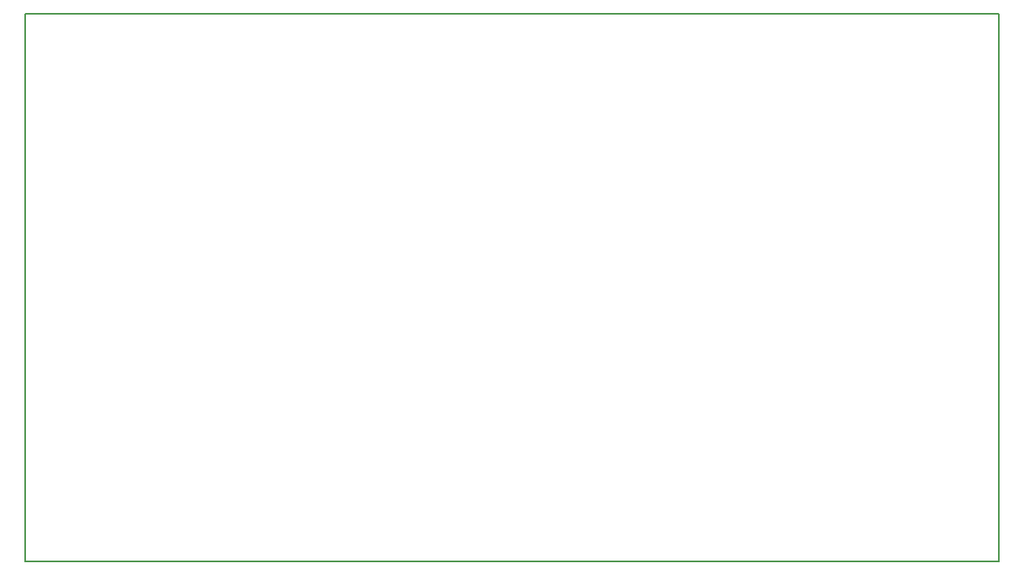
<source format=gbr>
G04 #@! TF.FileFunction,Profile,NP*
%FSLAX46Y46*%
G04 Gerber Fmt 4.6, Leading zero omitted, Abs format (unit mm)*
G04 Created by KiCad (PCBNEW 4.0.6) date Saturday, February 03, 2018 'PMt' 12:02:10 PM*
%MOMM*%
%LPD*%
G01*
G04 APERTURE LIST*
%ADD10C,0.100000*%
%ADD11C,0.150000*%
G04 APERTURE END LIST*
D10*
D11*
X198120000Y-80010000D02*
X198120000Y-78105000D01*
X96520000Y-80010000D02*
X198120000Y-80010000D01*
X96520000Y-80010000D02*
X96520000Y-73660000D01*
X96520000Y-22860000D02*
X99060000Y-22860000D01*
X96520000Y-23495000D02*
X96520000Y-22860000D01*
X96520000Y-23495000D02*
X96520000Y-73660000D01*
X198120000Y-22860000D02*
X198120000Y-78105000D01*
X101600000Y-22860000D02*
X99060000Y-22860000D01*
X101600000Y-22860000D02*
X198120000Y-22860000D01*
M02*

</source>
